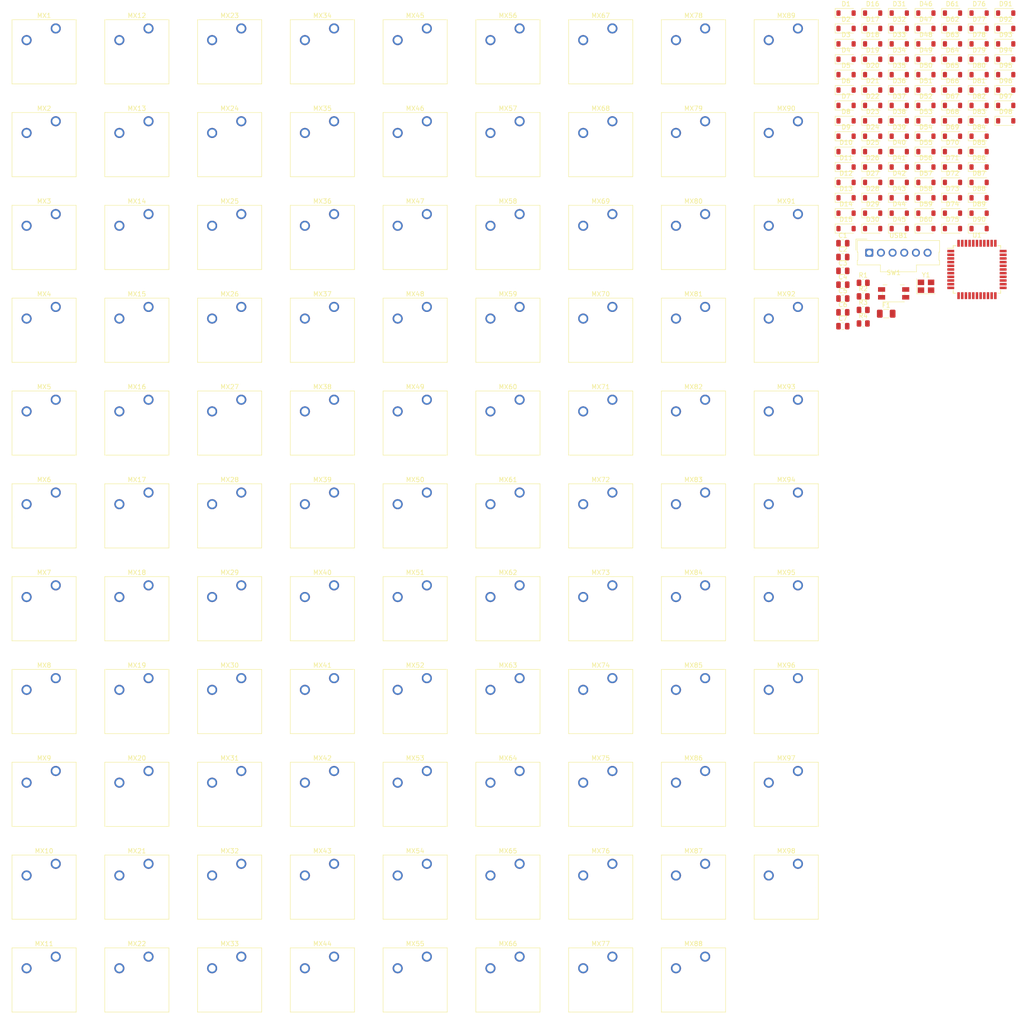
<source format=kicad_pcb>
(kicad_pcb (version 20221018) (generator pcbnew)
  (layers (0 "F.Cu" signal) (31 "B.Cu" signal) (34 "B.Paste" user) (35 "F.Paste" user) (36 "B.SilkS" user "B.Silkscreen") (37 "F.SilkS" user "F.Silkscreen") (38 "B.Mask" user) (39 "F.Mask" user) (44 "Edge.Cuts" user))
  (net 0 "")
  (net 1 "Net-(U1-UCAP)")
  (net 2 "GND")
  (net 3 "+5V")
  (net 4 "Net-(U1-XTAL2)")
  (net 5 "Net-(U1-XTAL1)")
  (net 6 "ROW0")
  (net 7 "Net-(D1-A)")
  (net 8 "ROW1")
  (net 9 "Net-(D2-A)")
  (net 10 "ROW2")
  (net 11 "Net-(D3-A)")
  (net 12 "ROW3")
  (net 13 "Net-(D4-A)")
  (net 14 "ROW4")
  (net 15 "Net-(D5-A)")
  (net 16 "ROW5")
  (net 17 "Net-(D6-A)")
  (net 18 "Net-(D7-A)")
  (net 19 "Net-(D8-A)")
  (net 20 "Net-(D9-A)")
  (net 21 "Net-(D10-A)")
  (net 22 "Net-(D11-A)")
  (net 23 "Net-(D12-A)")
  (net 24 "Net-(D13-A)")
  (net 25 "Net-(D14-A)")
  (net 26 "Net-(D15-A)")
  (net 27 "Net-(D16-A)")
  (net 28 "Net-(D17-A)")
  (net 29 "Net-(D18-A)")
  (net 30 "Net-(D19-A)")
  (net 31 "Net-(D20-A)")
  (net 32 "Net-(D21-A)")
  (net 33 "Net-(D22-A)")
  (net 34 "Net-(D23-A)")
  (net 35 "Net-(D24-A)")
  (net 36 "Net-(D25-A)")
  (net 37 "Net-(D26-A)")
  (net 38 "Net-(D27-A)")
  (net 39 "Net-(D28-A)")
  (net 40 "Net-(D29-A)")
  (net 41 "Net-(D30-A)")
  (net 42 "Net-(D31-A)")
  (net 43 "Net-(D32-A)")
  (net 44 "Net-(D33-A)")
  (net 45 "Net-(D34-A)")
  (net 46 "Net-(D35-A)")
  (net 47 "Net-(D36-A)")
  (net 48 "Net-(D37-A)")
  (net 49 "Net-(D38-A)")
  (net 50 "Net-(D39-A)")
  (net 51 "Net-(D40-A)")
  (net 52 "Net-(D41-A)")
  (net 53 "Net-(D42-A)")
  (net 54 "Net-(D43-A)")
  (net 55 "Net-(D44-A)")
  (net 56 "Net-(D45-A)")
  (net 57 "Net-(D46-A)")
  (net 58 "Net-(D47-A)")
  (net 59 "Net-(D48-A)")
  (net 60 "Net-(D49-A)")
  (net 61 "Net-(D50-A)")
  (net 62 "Net-(D51-A)")
  (net 63 "Net-(D52-A)")
  (net 64 "Net-(D53-A)")
  (net 65 "Net-(D54-A)")
  (net 66 "Net-(D55-A)")
  (net 67 "Net-(D56-A)")
  (net 68 "Net-(D57-A)")
  (net 69 "Net-(D58-A)")
  (net 70 "Net-(D59-A)")
  (net 71 "Net-(D60-A)")
  (net 72 "Net-(D61-A)")
  (net 73 "Net-(D62-A)")
  (net 74 "Net-(D63-A)")
  (net 75 "Net-(D64-A)")
  (net 76 "Net-(D65-A)")
  (net 77 "Net-(D66-A)")
  (net 78 "Net-(D67-A)")
  (net 79 "Net-(D68-A)")
  (net 80 "Net-(D69-A)")
  (net 81 "Net-(D70-A)")
  (net 82 "Net-(D71-A)")
  (net 83 "Net-(D72-A)")
  (net 84 "Net-(D73-A)")
  (net 85 "Net-(D74-A)")
  (net 86 "Net-(D75-A)")
  (net 87 "Net-(D76-A)")
  (net 88 "Net-(D77-A)")
  (net 89 "Net-(D78-A)")
  (net 90 "Net-(D79-A)")
  (net 91 "Net-(D80-A)")
  (net 92 "Net-(D81-A)")
  (net 93 "Net-(D82-A)")
  (net 94 "Net-(D83-A)")
  (net 95 "Net-(D84-A)")
  (net 96 "Net-(D85-A)")
  (net 97 "Net-(D86-A)")
  (net 98 "Net-(D87-A)")
  (net 99 "Net-(D88-A)")
  (net 100 "Net-(D89-A)")
  (net 101 "Net-(D90-A)")
  (net 102 "Net-(D91-A)")
  (net 103 "Net-(D92-A)")
  (net 104 "Net-(D93-A)")
  (net 105 "Net-(D94-A)")
  (net 106 "Net-(D95-A)")
  (net 107 "Net-(D96-A)")
  (net 108 "Net-(D97-A)")
  (net 109 "Net-(D98-A)")
  (net 110 "VCC")
  (net 111 "COL0")
  (net 112 "COL1")
  (net 113 "COL2")
  (net 114 "COL3")
  (net 115 "COL4")
  (net 116 "COL5")
  (net 117 "COL6")
  (net 118 "COL7")
  (net 119 "COL8")
  (net 120 "COL9")
  (net 121 "COL10")
  (net 122 "COL11")
  (net 123 "COL12")
  (net 124 "COL13")
  (net 125 "COL14")
  (net 126 "COL15")
  (net 127 "COL16")
  (net 128 "Net-(U1-~{HWB}{slash}PE2)")
  (net 129 "D+")
  (net 130 "Net-(U1-D+)")
  (net 131 "D-")
  (net 132 "Net-(U1-D-)")
  (net 133 "Net-(U1-~{RESET})")
  (footprint "Button_Switch_Keyboard:SW_Cherry_MX_1.00u_PCB" (layer "F.Cu") (at 198.24 81.88)
    (fp_text reference "MX82")
    (fp_text value "MX-NoLED")
  )
  (footprint "Diode_SMD:D_SOD-123" (layer "F.Cu") (at 263.69 7.785)
    (fp_text reference "D94")
    (fp_text value "D_Small")
  )
  (footprint "Diode_SMD:D_SOD-123" (layer "F.Cu") (at 257.895 24.535)
    (fp_text reference "D84")
    (fp_text value "D_Small")
  )
  (footprint "Diode_SMD:D_SOD-123" (layer "F.Cu") (at 228.92 31.235)
    (fp_text reference "D11")
    (fp_text value "D_Small")
  )
  (footprint "Button_Switch_Keyboard:SW_Cherry_MX_1.00u_PCB" (layer "F.Cu") (at 218.44 102.08)
    (fp_text reference "MX94")
    (fp_text value "MX-NoLED")
  )
  (footprint "Button_Switch_Keyboard:SW_Cherry_MX_1.00u_PCB" (layer "F.Cu") (at 178.04 1.08)
    (fp_text reference "MX67")
    (fp_text value "MX-NoLED")
  )
  (footprint "Diode_SMD:D_SOD-123" (layer "F.Cu") (at 234.715 11.135)
    (fp_text reference "D20")
    (fp_text value "D_Small")
  )
  (footprint "Diode_SMD:D_SOD-123" (layer "F.Cu") (at 252.1 14.485)
    (fp_text reference "D66")
    (fp_text value "D_Small")
  )
  (footprint "Diode_SMD:D_SOD-123" (layer "F.Cu") (at 246.305 1.085)
    (fp_text reference "D47")
    (fp_text value "D_Small")
  )
  (footprint "Diode_SMD:D_SOD-123" (layer "F.Cu") (at 257.895 44.635)
    (fp_text reference "D90")
    (fp_text value "D_Small")
  )
  (footprint "Button_Switch_Keyboard:SW_Cherry_MX_1.00u_PCB" (layer "F.Cu") (at 137.64 162.68)
    (fp_text reference "MX53")
    (fp_text value "MX-NoLED")
  )
  (footprint "Button_Switch_Keyboard:SW_Cherry_MX_1.00u_PCB" (layer "F.Cu") (at 178.04 182.88)
    (fp_text reference "MX76")
    (fp_text value "MX-NoLED")
  )
  (footprint "Diode_SMD:D_SOD-123" (layer "F.Cu") (at 252.1 17.835)
    (fp_text reference "D67")
    (fp_text value "D_Small")
  )
  (footprint "Button_Switch_Keyboard:SW_Cherry_MX_1.00u_PCB" (layer "F.Cu") (at 56.84 1.08)
    (fp_text reference "MX1")
    (fp_text value "MX-NoLED")
  )
  (footprint "Button_Switch_Keyboard:SW_Cherry_MX_1.00u_PCB" (layer "F.Cu") (at 77.04 122.28)
    (fp_text reference "MX18")
    (fp_text value "MX-NoLED")
  )
  (footprint "Diode_SMD:D_SOD-123" (layer "F.Cu") (at 263.69 4.435)
    (fp_text reference "D93")
    (fp_text value "D_Small")
  )
  (footprint "Diode_SMD:D_SOD-123" (layer "F.Cu") (at 228.92 24.535)
    (fp_text reference "D9")
    (fp_text value "D_Small")
  )
  (footprint "Button_Switch_Keyboard:SW_Cherry_MX_1.00u_PCB" (layer "F.Cu") (at 77.04 182.88)
    (fp_text reference "MX21")
    (fp_text value "MX-NoLED")
  )
  (footprint "Button_Switch_Keyboard:SW_Cherry_MX_1.00u_PCB" (layer "F.Cu") (at 97.24 142.48)
    (fp_text reference "MX30")
    (fp_text value "MX-NoLED")
  )
  (footprint "Button_Switch_Keyboard:SW_Cherry_MX_1.00u_PCB" (layer "F.Cu") (at 137.64 142.48)
    (fp_text reference "MX52")
    (fp_text value "MX-NoLED")
  )
  (footprint "Diode_SMD:D_SOD-123" (layer "F.Cu") (at 234.715 37.935)
    (fp_text reference "D28")
    (fp_text value "D_Small")
  )
  (footprint "Button_Switch_Keyboard:SW_Cherry_MX_1.00u_PCB" (layer "F.Cu") (at 218.44 61.68)
    (fp_text reference "MX92")
    (fp_text value "MX-NoLED")
  )
  (footprint "Button_Switch_Keyboard:SW_Cherry_MX_1.00u_PCB" (layer "F.Cu") (at 77.04 142.48)
    (fp_text reference "MX19")
    (fp_text value "MX-NoLED")
  )
  (footprint "Button_Switch_Keyboard:SW_Cherry_MX_1.00u_PCB" (layer "F.Cu") (at 157.84 122.28)
    (fp_text reference "MX62")
    (fp_text value "MX-NoLED")
  )
  (footprint "Button_Switch_Keyboard:SW_Cherry_MX_1.00u_PCB" (layer "F.Cu") (at 218.44 162.68)
    (fp_text reference "MX97")
    (fp_text value "MX-NoLED")
  )
  (footprint "Button_Switch_Keyboard:SW_Cherry_MX_1.00u_PCB" (layer "F.Cu") (at 218.44 182.88)
    (fp_text reference "MX98")
    (fp_text value "MX-NoLED")
  )
  (footprint "Button_Switch_Keyboard:SW_Cherry_MX_1.00u_PCB" (layer "F.Cu") (at 157.84 41.48)
    (fp_text reference "MX58")
    (fp_text value "MX-NoLED")
  )
  (footprint "Diode_SMD:D_SOD-123" (layer "F.Cu") (at 246.305 11.135)
    (fp_text reference "D50")
    (fp_text value "D_Small")
  )
  (footprint "Button_Switch_Keyboard:SW_Cherry_MX_1.00u_PCB" (layer "F.Cu") (at 178.04 81.88)
    (fp_text reference "MX71")
    (fp_text value "MX-NoLED")
  )
  (footprint "Button_Switch_Keyboard:SW_Cherry_MX_1.00u_PCB" (layer "F.Cu") (at 198.24 21.28)
    (fp_text reference "MX79")
    (fp_text value "MX-NoLED")
  )
  (footprint "Button_Switch_Keyboard:SW_Cherry_MX_1.00u_PCB" (layer "F.Cu") (at 178.04 41.48)
    (fp_text reference "MX69")
    (fp_text value "MX-NoLED")
  )
  (footprint "Diode_SMD:D_SOD-123" (layer "F.Cu") (at 257.895 17.835)
    (fp_text reference "D82")
    (fp_text value "D_Small")
  )
  (footprint "Button_Switch_Keyboard:SW_Cherry_MX_1.00u_PCB" (layer "F.Cu") (at 56.84 102.08)
    (fp_text reference "MX6")
    (fp_text value "MX-NoLED")
  )
  (footprint "Diode_SMD:D_SOD-123" (layer "F.Cu") (at 228.92 4.435)
    (fp_text reference "D3")
    (fp_text value "D_Small")
  )
  (footprint "Diode_SMD:D_SOD-123" (layer "F.Cu") (at 252.1 34.585)
    (fp_text reference "D72")
    (fp_text value "D_Small")
  )
  (footprint "Diode_SMD:D_SOD-123" (layer "F.Cu") (at 252.1 27.885)
    (fp_text reference "D70")
    (fp_text value "D_Small")
  )
  (footprint "Button_Switch_Keyboard:SW_Cherry_MX_1.00u_PCB" (layer "F.Cu") (at 218.44 41.48)
    (fp_text reference "MX91")
    (fp_text value "MX-NoLED")
  )
  (footprint "Fuse:Fuse_1206_3216Metric" (layer "F.Cu") (at 237.665 63.155)
    (fp_text reference "F1")
    (fp_text value "500mA")
  )
  (footprint "Button_Switch_Keyboard:SW_Cherry_MX_1.00u_PCB" (layer "F.Cu") (at 157.84 203.08)
    (fp_text reference "MX66")
    (fp_text value "MX-NoLED")
  )
  (footprint "Button_Switch_Keyboard:SW_Cherry_MX_1.00u_PCB" (layer "F.Cu") (at 137.64 81.88)
    (fp_text reference "MX49")
    (fp_text value "MX-NoLED")
  )
  (footprint "Diode_SMD:D_SOD-123" (layer "F.Cu") (at 240.51 31.235)
    (fp_text reference "D41")
    (fp_text value "D_Small")
  )
  (footprint "Button_Switch_Keyboard:SW_Cherry_MX_1.00u_PCB" (layer "F.Cu") (at 137.64 102.08)
    (fp_text reference "MX50")
    (fp_text value "MX-NoLED")
  )
  (footprint "Button_Switch_Keyboard:SW_Cherry_MX_1.00u_PCB" (layer "F.Cu") (at 137.64 61.68)
    (fp_text reference "MX48")
    (fp_text value "MX-NoLED")
  )
  (footprint "Diode_SMD:D_SOD-123" (layer "F.Cu") (at 240.51 11.135)
    (fp_text reference "D35")
    (fp_text value "D_Small")
  )
  (footprint "Button_Switch_Keyboard:SW_Cherry_MX_1.00u_PCB" (layer "F.Cu") (at 218.44 1.08)
    (fp_text reference "MX89")
    (fp_text value "MX-NoLED")
  )
  (footprint "Diode_SMD:D_SOD-123" (layer "F.Cu") (at 252.1 41.285)
    (fp_text reference "D74")
    (fp_text value "D_Small")
  )
  (footprint "Diode_SMD:D_SOD-123" (layer "F.Cu") (at 263.69 -2.265)
    (fp_text reference "D91")
    (fp_text value "D_Small")
  )
  (footprint "Button_Switch_Keyboard:SW_Cherry_MX_1.00u_PCB" (layer "F.Cu") (at 117.44 203.08)
    (fp_text reference "MX44")
    (fp_text value "MX-NoLED")
  )
  (footprint "Diode_SMD:D_SOD-123" (layer "F.Cu") (at 228.92 37.935)
    (fp_text reference "D13")
    (fp_text value "D_Small")
  )
  (footprint "Button_Switch_Keyboard:SW_Cherry_MX_1.00u_PCB" (layer "F.Cu") (at 77.04 162.68)
    (fp_text reference "MX20")
    (fp_text value "MX-NoLED")
  )
  (footprint "Diode_SMD:D_SOD-123" (layer "F.Cu") (at 240.51 -2.265)
    (fp_text reference "D31")
    (fp_text value "D_Small")
  )
  (footprint "Button_Switch_Keyboard:SW_Cherry_MX_1.00u_PCB" (layer "F.Cu") (at 97.24 21.28)
    (fp_text reference "MX24")
    (fp_text value "MX-NoLED")
  )
  (footprint "Diode_SMD:D_SOD-123" (layer "F.Cu") (at 240.51 34.585)
    (fp_text reference "D42")
    (fp_text value "D_Small")
  )
  (footprint "Button_Switch_Keyboard:SW_Cherry_MX_1.00u_PCB" (layer "F.Cu") (at 56.84 81.88)
    (fp_text reference "MX5")
    (fp_text value "MX-NoLED")
  )
  (footprint "Diode_SMD:D_SOD-123" (layer "F.Cu") (at 263.69 14.485)
    (fp_text reference "D96")
    (fp_text value "D_Small")
  )
  (footprint "Button_Switch_Keyboard:SW_Cherry_MX_1.00u_PCB" (layer "F.Cu") (at 178.04 203.08)
    (fp_text reference "MX77")
    (fp_text value "MX-NoLED")
  )
  (footprint "Diode_SMD:D_SOD-123" (layer "F.Cu") (at 246.305 -2.265)
    (fp_text reference "D46")
    (fp_text value "D_Small")
  )
  (footprint "Button_Switch_Keyboard:SW_Cherry_MX_1.00u_PCB" (layer "F.Cu") (at 157.84 162.68)
    (fp_text reference "MX64")
    (fp_text value "MX-NoLED")
  )
  (footprint "Button_Switch_Keyboard:SW_Cherry_MX_1.00u_PCB" (layer "F.Cu") (at 178.04 162.68)
    (fp_text reference "MX75")
    (fp_text value "MX-NoLED")
  )
  (footprint "Button_Switch_Keyboard:SW_Cherry_MX_1.00u_PCB" (layer "F.Cu") (at 198.24 122.28)
    (fp_text reference "MX84")
    (fp_text value "MX-NoLED")
  )
  (footprint "Diode_SMD:D_SOD-123" (layer "F.Cu") (at 252.1 1.085)
    (fp_text reference "D62")
    (fp_text value "D_Small")
  )
  (footprint "Diode_SMD:D_SOD-123" (layer "F.Cu") (at 240.51 24.535)
    (fp_text reference "D39")
    (fp_text value "D_Small")
  )
  (footprint "Diode_SMD:D_SOD-123" (layer "F.Cu") (at 246.305 17.835)
    (fp_text reference "D52")
    (fp_text value "D_Small")
  )
  (footprint "Capacitor_SMD:C_0805_2012Metric" (layer "F.Cu") (at 228.225 56.845)
    (fp_text reference "C4")
    (fp_text value "0.1uF")
  )
  (footprint "Button_Switch_SMD:Panasonic_EVQPUJ_EVQPUA" (layer "F.Cu") (at 239.285 58.735)
    (fp_text reference "SW1")
    (fp_text value "SW_Push")
  )
  (footprint "Button_Switch_Keyboard:SW_Cherry_MX_1.00u_PCB" (layer "F.Cu") (at 137.64 182.88)
    (fp_text reference "MX54")
    (fp_text value "MX-NoLED")
  )
  (footprint "Crystal:Crystal_SMD_3225-4Pin_3.2x2.5mm" (layer "F.Cu") (at 246.335 57.185)
    (fp_text reference "Y1")
    (fp_text value "16MHz")
  )
  (footprint "Diode_SMD:D_SOD-123" (layer "F.Cu") (at 252.1 21.185)
    (fp_text reference "D68")
    (fp_text value "D_Small")
  )
  (footprint "Button_Switch_Keyboard:SW_Cherry_MX_1.00u_PCB" (layer "F.Cu") (at 137.64 1.08)
    (fp_text reference "MX45")
    (fp_text value "MX-NoLED")
  )
  (footprint "Button_Switch_Keyboard:SW_Cherry_MX_1.00u_PCB" (layer "F.Cu") (at 198.24 142.48)
    (fp_text reference "MX85")
    (fp_text value "MX-NoLED")
  )
  (footprint "Button_Switch_Keyboard:SW_Cherry_MX_1.00u_PCB" (layer "F.Cu") (at 56.84 122.28)
    (fp_text reference "MX7")
    (fp_text value "MX-NoLED")
  )
  (footprint "Button_Switch_Keyboard:SW_Cherry_MX_1.00u_PCB" (layer "F.Cu") (at 137.64 21.28)
    (fp_text reference "MX46")
    (fp_text value "MX-NoLED")
  )
  (footprint "Button_Switch_Keyboard:SW_Cherry_MX_1.00u_PCB" (layer "F.Cu") (at 97.24 61.68)
    (fp_text reference "MX26")
    (fp_text value "MX-NoLED")
  )
  (footprint "Button_Switch_Keyboard:SW_Cherry_MX_1.00u_PCB" (layer "F.Cu") (at 218.44 21.28)
    (fp_text reference "MX90")
    (fp_text value "MX-NoLED")
  )
  (footprint "Diode_SMD:D_SOD-123" (layer "F.Cu") (at 234.715 24.535)
    (fp_text reference "D24")
    (fp_text value "D_Small")
  )
  (footprint "Diode_SMD:D_SOD-123" (layer "F.Cu") (at 234.715 31.235)
    (fp_text reference "D26")
    (fp_text value "D_Small")
  )
  (footprint "Diode_SMD:D_SOD-123" (layer "F.Cu") (at 252.1 31.235)
    (fp_text reference "D71")
    (fp_text value "D_Small")
  )
  (footprint "Diode_SMD:D_SOD-123" (layer "F.Cu") (at 246.305 31.235)
    (fp_text reference "D56")
    (fp_text value "D_Small")
  )
  (footprint "Button_Switch_Keyboard:SW_Cherry_MX_1.00u_PCB" (layer "F.Cu") (at 97.24 162.68)
    (fp_text reference "MX31")
    (fp_text value "MX-NoLED")
  )
  (footprint "Diode_SMD:D_SOD-123" (layer "F.Cu") (at 228.92 21.185)
    (fp_text reference "D8")
    (fp_text value "D_Small")
  )
  (footprint "Diode_SMD:D_SOD-123" (layer "F.Cu") (at 234.715 41.285)
    (fp_text reference "D29")
    (fp_text value "D_Small")
  )
  (footprint "Capacitor_SMD:C_0805_2012Metric" (layer "F.Cu") (at 228.225 59.855)
    (fp_text reference "C5")
    (fp_text value "0.1uF")
  )
  (footprint "Button_Switch_Keyboard:SW_Cherry_MX_1.00u_PCB" (layer "F.Cu") (at 56.84 61.68)
    (fp_text reference "MX4")
    (fp_text value "MX-NoLED")
  )
  (footprint "Button_Switch_Keyboard:SW_Cherry_MX_1.00u_PCB" (layer "F.Cu") (at 157.84 182.88)
    (fp_text reference "MX65")
    (fp_text value "MX-NoLED")
  )
  (footprint "Diode_SMD:D_SOD-123" (layer "F.Cu") (at 246.305 21.185)
    (fp_text reference "D53")
    (fp_text value "D_Small")
  )
  (footprint "Diode_SMD:D_SOD-123" (layer "F.Cu") (at 246.305 41.285)
    (fp_text reference "D59")
    (fp_text value "D_Small")
  )
  (footprint "Button_Switch_Keyboard:SW_Cherry_MX_1.00u_PCB" (layer "F.Cu") (at 97.24 182.88)
    (fp_text reference "MX32")
    (fp_text value "MX-NoLED")
  )
  (footprint "Diode_SMD:D_SOD-123" (layer "F.Cu") (at 240.51 14.485)
    (fp_text reference "D36")
    (fp_text value "D_Small")
  )
  (footprint "Diode_SMD:D_SOD-123" (layer "F.Cu") (at 257.895 34.585)
    (fp_text reference "D87")
    (fp_text value "D_Small")
  )
  (footprint "Button_Switch_Keyboard:SW_Cherry_MX_1.00u_PCB" (layer "F.Cu") (at 56.84 162.68)
    (fp_text reference "MX9")
    (fp_text value "MX-NoLED")
  )
  (footprint "Diode_SMD:D_SOD-123" (layer "F.Cu") (at 228.92 11.135)
    (fp_text reference "D5")
    (fp_text value "D_Small")
  )
  (footprint "Capacitor_SMD:C_0805_2012Metric" (layer "F.Cu") (at 228.225 53.835)
    (fp_text reference "C3")
    (fp_text value "0.1uF")
  )
  (footprint "Button_Switch_Keyboard:SW_Cherry_MX_1.00u_PCB" (layer "F.Cu") (at 218.44 142.48)
    (fp_text reference "MX96")
    (fp_text value "MX-NoLED")
  )
  (footprint "Diode_SMD:D_SOD-123" (layer "F.Cu") (at 257.895 41.285)
    (fp_text reference "D89")
    (fp_text value "D_Small")
  )
  (footprint "Diode_SMD:D_SOD-123" (layer "F.Cu") (at 252.1 7.785)
    (fp_text reference "D64")
    (fp_text value "D_Small")
  )
  (footprint "Package_QFP:TQFP-44_10x10mm_P0.8mm" (layer "F.Cu") (at 257.425 53.535)
    (fp_text reference "U1")
    (fp_text value "ATmega32U4-A")
  )
  (footprint "Diode_SMD:D_SOD-123" (layer "F.Cu") (at 240.51 1.085)
    (fp_text reference "D32")
    (fp_text value "D_Small")
  )
  (footprint "Resistor_SMD:R_0805_2012Metric" (layer "F.Cu") (at 232.655 56.435)
    (fp_text reference "R1")
    (fp_text value "10k")
  )
  (footprint "Diode_SMD:D_SOD-123" (layer "F.Cu") (at 240.51 27.885)
    (fp_text reference "D40")
    (fp_text value "D_Small")
  )
  (footprint "Button_Switch_Keyboard:SW_Cherry_MX_1.00u_PCB" (layer "F.Cu") (at 198.24 61.68)
    (fp_text reference "MX81")
    (fp_text value "MX-NoLED")
  )
  (footprint "Diode_SMD:D_SOD-123" (layer "F.Cu") (at 228.92 44.635)
    (fp_text reference "D15")
    (fp_text value "D_Small")
  )
  (footprint "Capacitor_SMD:C_0805_2012Metric" (layer "F.Cu") (at 228.225 50.825)
    (fp_text reference "C2")
    (fp_text value "10uF")
  )
  (footprint "Button_Switch_Keyboard:SW_Cherry_MX_1.00u_PCB" (layer "F.Cu") (at 117.44 81.88)
    (fp_text reference "MX38")
    (fp_text value "MX-NoLED")
  )
  (footprint "Diode_SMD:D_SOD-123" (layer "F.Cu") (at 234.715 34.585)
    (fp_text reference "D27")
    (fp_text value "D_Small")
  )
  (footprint "Button_Switch_Keyboard:SW_Cherry_MX_1.00u_PCB" (layer "F.Cu") (at 157.84 21.28)
    (fp_text reference "MX57")
    (fp_text value "MX-NoLED")
  )
  (footprint "Diode_SMD:D_SOD-123" (layer "F.Cu") (at 240.51 17.835)
    (fp_text reference "D37")
    (fp_text value "D_Small")
  )
  (footprint "Diode_SMD:D_SOD-123" (layer "F.Cu") (at 252.1 11.135)
    (fp_text reference "D65")
    (fp_text value "D_Small")
  )
  (footprint "Diode_SMD:D_SOD-123" (layer "F.Cu") (at 240.51 41.285)
    (fp_text reference "D44")
    (fp_text value "D_Small")
  )
  (footprint "Capacitor_SMD:C_0805_2012Metric" (layer "F.Cu") (at 228.225 47.815)
    (fp_text reference "C1")
    (fp_text value "1uF")
  )
  (footprint "Diode_SMD:D_SOD-123" (layer "F.Cu") (at 257.895 14.485)
    (fp_text reference "D81")
    (fp_text value "D_Small")
  )
  (footprint "Button_Switch_Keyboard:SW_Cherry_MX_1.00u_PCB" (layer "F.Cu") (at 117.44 102.08)
    (fp_text reference "MX39")
    (fp_text value "MX-NoLED")
  )
  (footprint "Button_Switch_Keyboard:SW_Cherry_MX_1.00u_PCB" (layer "F.Cu") (at 77.04 1.08)
    (fp_text reference "MX12")
    (fp_text value "MX-NoLED")
  )
  (footprint "Diode_SMD:D_SOD-123" (layer "F.Cu") (at 257.895 1.085)
    (fp_text reference "D77")
    (fp_text value "D_Small")
  )
  (footprint "Diode_SMD:D_SOD-123" (layer "F.Cu") (at 234.715 1.085)
    (fp_text reference "D17")
    (fp_text value "D_Small")
  )
  (footprint "Button_Switch_Keyboard:SW_Cherry_MX_1.00u_PCB" (layer "F.Cu") (at 178.04 102.08)
    (fp_text reference "MX72")
    (fp_text value "MX-NoLED")
  )
  (footprint "Button_Switch_Keyboard:SW_Cherry_MX_1.00u_PCB" (layer "F.Cu") (at 117.44 122.28)
    (fp_text reference "MX40")
    (fp_text value "MX-NoLED")
  )
  (footprint "Diode_SMD:D_SOD-123" (layer "F.Cu") (at 246.305 44.635)
    (fp_text reference "D60")
    (fp_text value "D_Small")
  )
  (footprint "Diode_SMD:D_SOD-123" (layer "F.Cu") (at 234.715 -2.265)
    (fp_text reference "D16")
    (fp_text value "D_Small")
  )
  (footprint "Diode_SMD:D_SOD-123" (layer "F.Cu") (at 234.715 7.785)
    (fp_text reference "D19")
    (fp_text value "D_Small")
  )
  (footprint "Diode_SMD:D_SOD-123" (layer "F.Cu") (at 246.305 37.935)
    (fp_text reference "D58")
    (fp_text value "D_Small")
  )
  (footprint "Diode_SMD:D_SOD-123" (layer "F.Cu") (at 257.895 31.235)
    (fp_text reference "D86")
    (fp_text value "D_Small")
  )
  (footprint "Diode_SMD:D_SOD-123" (layer "F.Cu") (at 252.1 24.535)
    (fp_text reference "D69")
    (fp_text value "D_Small")
  )
  (footprint "Capacitor_SMD:C_0805_2012Metric" (layer "F.Cu") (at 228.225 62.865)
    (fp_text reference "C6")
    (fp_text value "22uF")
  )
  (footprint "Diode_SMD:D_SOD-123" (layer "F.Cu") (at 252.1 37.935)
    (fp_text reference "D73")
    (fp_text value "D_Small")
  )
  (footprint "Diode_SMD:D_SOD-123" (layer "F.Cu") (at 234.715 21.185)
    (fp_text reference "D23")
    (fp_text value "D_Small")
  )
  (footprint "Button_Switch_Keyboard:SW_Cherry_MX_1.00u_PCB" (layer "F.Cu") (at 56.84 21.28)
    (fp_text reference "MX2")
    (fp_text value "MX-NoLED")
  )
  (footprint "Diode_SMD:D_SOD-123" (layer "F.Cu") (at 228.92 7.785)
    (fp_text reference "D4")
    (fp_text value "D_Small")
  )
  (footprint "Diode_SMD:D_SOD-123" (layer "F.Cu") (at 246.305 7.785)
    (fp_text reference "D49")
    (fp_text value "D_Small")
  )
  (footprint "Button_Switch_Keyboard:SW_Cherry_MX_1.00u_PCB" (layer "F.Cu") (at 157.84 1.08)
    (fp_text reference "MX56")
    (fp_text value "MX-NoLED")
  )
  (footprint "Diode_SMD:D_SOD-123" (layer "F.Cu") (at 263.69 1.085)
    (fp_text reference "D92")
    (fp_text value "D_Small")
  )
  (footprint "Diode_SMD:D_SOD-123" (layer "F.Cu") (at 240.51 37.935)
    (fp_text reference "D43")
    (fp_text value "D_Small")
  )
  (footprint "Button_Switch_Keyboard:SW_Cherry_MX_1.00u_PCB" (layer "F.Cu") (at 157.84 61.68)
    (fp_text reference "MX59")
    (fp_text value "MX-NoLED")
  )
  (footprint "Diode_SMD:D_SOD-123" (layer "F.Cu") (at 257.895 27.885)
    (fp_text reference "D85")
    (fp_text value "D_Small")
  )
  (footprint "Button_Switch_Keyboard:SW_Cherry_MX_1.00u_PCB" (layer "F.Cu") (at 198.24 1.08)
    (fp_text reference "MX78")
    (fp_text value "MX-NoLED")
  )
  (footprint "Diode_SMD:D_SOD-123" (layer "F.Cu") (at 246.305 34.585)
    (fp_text reference "D57")
    (fp_text value "D_Small")
  )
  (footprint "Diode_SMD:D_SOD-123" (layer "F.Cu") (at 228.92 41.285)
    (fp_text reference "D14")
    (fp_text value "D_Small")
  )
  (footprint "Diode_SMD:D_SOD-123" (layer "F.Cu") (at 240.51 4.435)
    (fp_text reference "D33")
    (fp_text value "D_Small")
  )
  (footprint "Diode_SMD:D_SOD-123" (layer "F.Cu") (at 234.715 17.835)
    (fp_text reference "D22")
    (fp_text value "D_Small")
  )
  (footprint "Button_Switch_Keyboard:SW_Cherry_MX_1.00u_PCB" (layer "F.Cu") (at 137.64 203.08)
    (fp_text reference "MX55")
    (fp_text value "MX-NoLED")
  )
  (footprint "Button_Switch_Keyboard:SW_Cherry_MX_1.00u_PCB" (layer "F.Cu") (at 198.24 162.68)
    (fp_text reference "MX86")
    (fp_text value "MX-NoLED")
  )
  (footprint "Diode_SMD:D_SOD-123" (layer "F.Cu") (at 246.305 4.435)
    (fp_text reference "D48")
    (fp_text value "D_Small")
  )
  (footprint "Resistor_SMD:R_0805_2012Metric" (layer "F.Cu") (at 232.655 59.385)
    (fp_text reference "R2")
    (fp_text value "22k")
  )
  (footprint "Diode_SMD:D_SOD-123" (layer "F.Cu") (at 263.69 21.185)
    (fp_text reference "D98")
    (fp_text value "D_Small")
  )
  (footprint "Diode_SMD:D_SOD-123" (layer "F.Cu") (at 263.69 11.135)
    (fp_text reference "D95")
    (fp_text value "D_Small")
  )
  (footprint "Button_Switch_Keyboard:SW_Cherry_MX_1.00u_PCB" (layer "F.Cu") (at 97.24 81.88)
    (fp_text reference "MX27")
    (fp_text value "MX-NoLED")
  )
  (footprint "Button_Switch_Keyboard:SW_Cherry_MX_1.00u_PCB" (layer "F.Cu") (at 97.24 102.08)
    (fp_text reference "MX28")
    (fp_text value "MX-NoLED")
  )
  (footprint "Diode_SMD:D_SOD-123" (layer "F.Cu") (at 257.895 7.785)
    (fp_text reference "D79")
    (fp_text value "D_Small")
  )
  (footprint "Button_Switch_Keyboard:SW_Cherry_MX_1.00u_PCB" (layer "F.Cu") (at 157.84 142.48)
    (fp_text reference "MX63")
    (fp_text value "MX-NoLED")
  )
  (footprint "Button_Switch_Keyboard:SW_Cherry_MX_1.00u_PCB" (layer "F.Cu") (at 198.24 102.08)
    (fp_text reference "MX83")
    (fp_text value "MX-NoLED")
  )
  (footprint "Button_Switch_Keyboard:SW_Cherry_MX_1.00u_PCB" (layer "F.Cu") (at 77.04 102.08)
    (fp_text reference "MX17")
    (fp_text value "MX-NoLED")
  )
  (footprint "Resistor_SMD:R_0805_2012Metric" (layer "F.Cu") (at 232.655 65.285)
    (fp_text reference "R4")
    (fp_text value "10k")
  )
  (footprint "Button_Switch_Keyboard:SW_Cherry_MX_1.00u_PCB" (layer "F.Cu") (at 56.84 142.48)
    (fp_text reference "MX8")
    (fp_text value "MX-NoLED")
  )
  (footprint "Button_Switch_Keyboard:SW_Cherry_MX_1.00u_PCB" (layer "F.Cu") (at 137.64 41.48)
    (fp_text reference "MX47")
    (fp_text value "MX-NoLED")
  )
  (footprint "Button_Switch_Keyboard:SW_Cherry_MX_1.00u_PCB" (layer "F.Cu") (at 77.04 81.88)
    (fp_text reference "MX16")
    (fp_text value "MX-NoLED")
  )
  (footprint "Button_Switch_Keyboard:SW_Cherry_MX_1.00u_PCB" (layer "F.Cu") (at 198.24 203.08)
    (fp_text reference "MX88")
    (fp_text value "MX-NoLED")
  )
  (footprint "Diode_SMD:D_SOD-123" (layer "F.Cu") (at 252.1 4.435)
    (fp_text reference "D63")
    (fp_text value "D_Small")
  )
  (footprint "Button_Switch_Keyboard:SW_Cherry_MX_1.00u_PCB" (layer "F.Cu") (at 97.24 41.48)
    (fp_text reference "MX25")
    (fp_text value "MX-NoLED")
  )
  (footprint "Button_Switch_Keyboard:SW_Cherry_MX_1.00u_PCB" (layer "F.Cu") (at 97.24 203.08)
    (fp_text reference "MX33")
    (fp_text value "MX-NoLED")
  )
  (footprint "Diode_SMD:D_SOD-123" (layer "F.Cu") (at 228.92 17.835)
    (fp_text reference "D7")
    (fp_text value "D_Small")
  )
  (footprint "Diode_SMD:D_SOD-123" (layer "F.Cu") (at 234.715 14.485)
    (fp_text reference "D21")
    (fp_text value "D_Small")
  )
  (footprint "Diode_SMD:D_SOD-123" (layer "F.Cu") (at 228.92 1.085)
    (fp_text reference "D2")
    (fp_text value "D_Small")
  )
  (footprint "Button_Switch_Keyboard:SW_Cherry_MX_1.00u_PCB" (layer "F.Cu") (at 178.04 21.28)
    (fp_text reference "MX68")
    (fp_text value "MX-NoLED")
  )
  (footprint "Diode_SMD:D_SOD-123" (layer "F.Cu") (at 228.92 -2.265)
    (fp_text reference "D1")
    (fp_text value "D_Small")
  )
  (footprint "Button_Switch_Keyboard:SW_Cherry_MX_1.00u_PCB" (layer "F.Cu") (at 97.24 122.28)
    (fp_text reference "MX29")
    (fp_text value "MX-NoLED")
  )
  (footprint "Button_Switch_Keyboard:SW_Cherry_MX_1.00u_PCB" (layer "F.Cu") (at 178.04 142.48)
    (fp_text reference "MX74")
    (fp_text value "MX-NoLED")
  )
  (footprint "Resistor_SMD:R_0805_2012Metric" (layer "F.Cu") (at 232.655 62.335)
    (fp_text reference "R3")
    (fp_text value "22k")
  )
  (footprint "Button_Switch_Keyboard:SW_Cherry_MX_1.00u_PCB" (layer "F.Cu") (at 198.24 182.88)
    (fp_text reference "MX87")
    (fp_text value "MX-NoLED")
  )
  (footprint "Button_Switch_Keyboard:SW_Cherry_MX_1.00u_PCB" (layer "F.Cu") (at 56.84 182.88)
    (fp_text reference "MX10")
    (fp_text value "MX-NoLED")
  )
  (footprint "Button_Switch_Keyboard:SW_Cherry_MX_1.00u_PCB" (layer "F.Cu") (at 117.44 1.08)
    (fp_text reference "MX34")
    (fp_text value "MX-NoLED")
  )
  (footprint "Button_Switch_Keyboard:SW_Cherry_MX_1.00u_PCB" (layer "F.Cu") (at 157.84 81.88)
    (fp_text reference "MX60")
    (fp_text value "MX-NoLED")
  )
  (footprint "Diode_SMD:D_SOD-123" (layer "F.Cu") (at 228.92 27.885)
    (fp_text reference "D10")
    (fp_text value "D_Small")
  )
  (footprint "Diode_SMD:D_SOD-123" (layer "F.Cu") (at 257.895 11.135)
    (fp_text reference "D80")
    (fp_text value "D_Small")
  )
  (footprint "Diode_SMD:D_SOD-123" (layer "F.Cu") (at 252.1 -2.265)
    (fp_text reference "D61")
    (fp_text value "D_Small")
  )
  (footprint "Diode_SMD:D_SOD-123" (layer "F.Cu") (at 257.895 21.185)
    (fp_text reference "D83")
    (fp_text value "D_Small")
  )
  (footprint "Diode_SMD:D_SOD-123" (layer "F.Cu") (at 240.51 44.635)
    (fp_text reference "D45")
    (fp_text value "D_Small")
  )
  (footprint "Button_Switch_Keyboard:SW_Cherry_MX_1.00u_PCB" (layer "F.Cu") (at 117.44 162.68)
    (fp_text reference "MX42")
    (fp_text value "MX-NoLED")
  )
  (footprint "Diode_SMD:D_SOD-123" (layer "F.Cu") (at 246.305 27.885)
    (fp_text reference "D55")
    (fp_text value "D_Small")
  )
  (footprint "Diode_SMD:D_SOD-123" (layer "F.Cu") (at 234.715 44.635)
    (fp_text reference "D30")
    (fp_text value "D_Small")
  )
  (footprint "Button_Switch_Keyboard:SW_Cherry_MX_1.00u_PCB" (layer "F.Cu") (at 218.44 81.88)
    (fp_text reference "MX93")
    (fp_text value "MX-NoLED")
  )
  (footprint "Diode_SMD:D_SOD-123" (layer "F.Cu") (at 263.69 17.835)
    (fp_text reference "D97")
    (fp_text value "D_Small")
  )
  (footprint "Diode_SMD:D_SOD-123" (layer "F.Cu") (at 234.715 4.435)
    (fp_text reference "D18")
    (fp_text value "D_Small")
  )
  (footprint "Button_Switch_Keyboard:SW_Cherry_MX_1.00u_PCB" (layer "F.Cu") (at 117.44 41.48)
    (fp_text reference "MX36")
    (fp_text value "MX-NoLED")
  )
  (footprint "Diode_SMD:D_SOD-123" (layer "F.Cu") (at 257.895 4.435)
    (fp_text reference "D78")
    (fp_text value "D_Small")
  )
  (footprint "Diode_SMD:D_SOD-123" (layer "F.Cu") (at 252.1 44.635)
    (fp_text reference "D75")
    (fp_text value "D_Small")
  )
  (footprint "Capacitor_SMD:C_0805_2012Metric" (layer "F.Cu") (at 228.225 65.875)
    (fp_text reference "C7")
    (fp_text value "22uF")
  )
  (footprint "Connector_Molex:Molex_SL_171971-0006_1x06_P2.54mm_Vertical" (layer "F.Cu") (at 233.975 49.885)
    (fp_text reference "USB1")
    (fp_text value "Molex-0548190589")
  )
  (footprint "Button_Switch_Keyboard:SW_Cherry_MX_1.00u_PCB" (layer "F.Cu") (at 77.04 203.08)
    (fp_text reference "MX22")
    (fp_text value "MX-NoLED")
  )
  (footprint "Diode_SMD:D_SOD-123" (layer "F.Cu") (at 240.51 21.185)
    (fp_text reference "D38")
    (fp_text value "D_Small")
  )
  (footprint "Button_Switch_Keyboard:SW_Cherry_MX_1.00u_PCB" (layer "F.Cu") (at 178.04 61.68)
    (fp_text reference "MX70")
    (fp_text value "MX-NoLED")
  )
  (footprint "Button_Switch_Keyboard:SW_Cherry_MX_1.00u_PCB" (layer "F.Cu") (at 77.04 41.48)
    (fp_text reference "MX14")
    (fp_text value "MX-NoLED")
  )
  (footprint "Button_Switch_Keyboard:SW_Cherry_MX_1.00u_PCB" (layer "F.Cu") (at 117.44 182.88)
    (fp_text reference "MX43")
    (fp_text value "MX-NoLED")
  )
  (footprint "Button_Switch_Keyboard:SW_Cherry_MX_1.00u_PCB" (layer "F.Cu") (at 178.04 122.28)
    (fp_text reference "MX73")
    (fp_text value "MX-NoLED")
  )
  (footprint "Button_Switch_Keyboard:SW_Cherry_MX_1.00u_PCB" (layer "F.Cu") (at 117.44 142.48)
    (fp_text reference "MX41")
    (fp_text value "MX-NoLED")
  )
  (footprint "Button_Switch_Keyboard:SW_Cherry_MX_1.00u_PCB" (layer "F.Cu") (at 97.24 1.08)
    (fp_text reference "MX23")
    (fp_text value "MX-NoLED")
  )
  (footprint "Diode_SMD:D_SOD-123" (layer "F.Cu") (at 228.92 34.585)
    (fp_text reference "D12")
    (fp_text value "D_Small")
  )
  (footprint "Button_Switch_Keyboard:SW_Cherry_MX_1.00u_PCB" (layer "F.Cu") (at 56.84 203.08)
    (fp_text reference "MX11")
    (fp_text value "MX-NoLED")
  )
  (footprint "Button_Switch_Keyboard:SW_Cherry_MX_1.00u_PCB" (layer "F.Cu") (at 198.24 41.48)
    (fp_text reference "MX80")
    (fp_text value "MX-NoLED")
  )
  (footprint "Diode_SMD:D_SOD-123" (layer "F.Cu") (at 246.305 14.485)
    (fp_text reference "D51")
    (fp_text value "D_Small")
  )
  (footprint "Button_Switch_Keyboard:SW_Cherry_MX_1.00u_PCB" (layer "F.Cu") (at 117.44 61.68)
    (fp_text reference "MX37")
    (fp_text value "MX-NoLED")
  )
  (footprint "Diode_SMD:D_SOD-123" (layer "F.Cu") (at 257.895 37.935)
    (fp_text reference "D88")
    (fp_text value "D_Small")
  )
  (footprint "Diode_SMD:D_SOD-123" (layer "F.Cu") (at 228.92 14.485)
    (fp_text reference "D6")
    (fp_text value "D_Small")
  )
  (footprint "Diode_SMD:D_SOD-123" (layer "F.Cu") (at 240.51 7.785)
    (fp_text reference "D34")
    (fp_text value "D_Small")
  )
  (footprint "Button_Switch_Keyboard:SW_Cherry_MX_1.00u_PCB" (layer "F.Cu") (at 218.44 122.28)
    (fp_text reference "MX95")
    (fp_text value "MX-NoLED")
  )
  (footprint "Diode_SMD:D_SOD-123" (layer "F.Cu") (at 234.715 27.885)
    (fp_text reference "D25")
    (fp_text value "D_Small")
  )
  (footprint "Button_Switch_Keyboard:SW_Cherry_MX_1.00u_PCB" (layer "F.Cu") (at 77.04 61.68)
    (fp_text reference "MX15")
    (fp_text value "MX-NoLED")
  )
  (footprint "Diode_SMD:D_SOD-123" (layer "F.Cu") (at 246.305 24.535)
    (fp_text reference "D54")
    (fp_text value "D_Small")
  )
  (footprint "Diode_SMD:D_SOD-123" (layer "F.Cu") (at 257.895 -2.265)
    (fp_text reference "D76")
    (fp_text value "D_Small")
  )
  (footprint "Button_Switch_Keyboard:SW_Cherry_MX_1.00u_PCB" (layer "F.Cu") (at 117.44 21.28)
    (fp_text reference "MX35")
    (fp_text value "MX-NoLED")
  )
  (footprint "Button_Switch_Keyboard:SW_Cherry_MX_1.00u_PCB" (layer "F.Cu") (at 56.84 41.48)
    (fp_text reference "MX3")
    (fp_text value "MX-NoLED")
  )
  (footprint "Button_Switch_Keyboard:SW_Cherry_MX_1.00u_PCB" (layer "F.Cu") (at 137.64 122.28)
    (fp_text reference "MX51")
    (fp_text value "MX-NoLED")
  )
  (footprint "Button_Switch_Keyboard:SW_Cherry_MX_1.00u_PCB" (layer "F.Cu") (at 77.04 21.28)
    (fp_text reference "MX13")
    (fp_text value "MX-NoLED")
  )
  (footprint "Button_Switch_Keyboard:SW_Cherry_MX_1.00u_PCB" (layer "F.Cu") (at 157.84 102.08)
    (fp_text reference "MX61")
    (fp_text value "MX-NoLED")
  )
)
</source>
